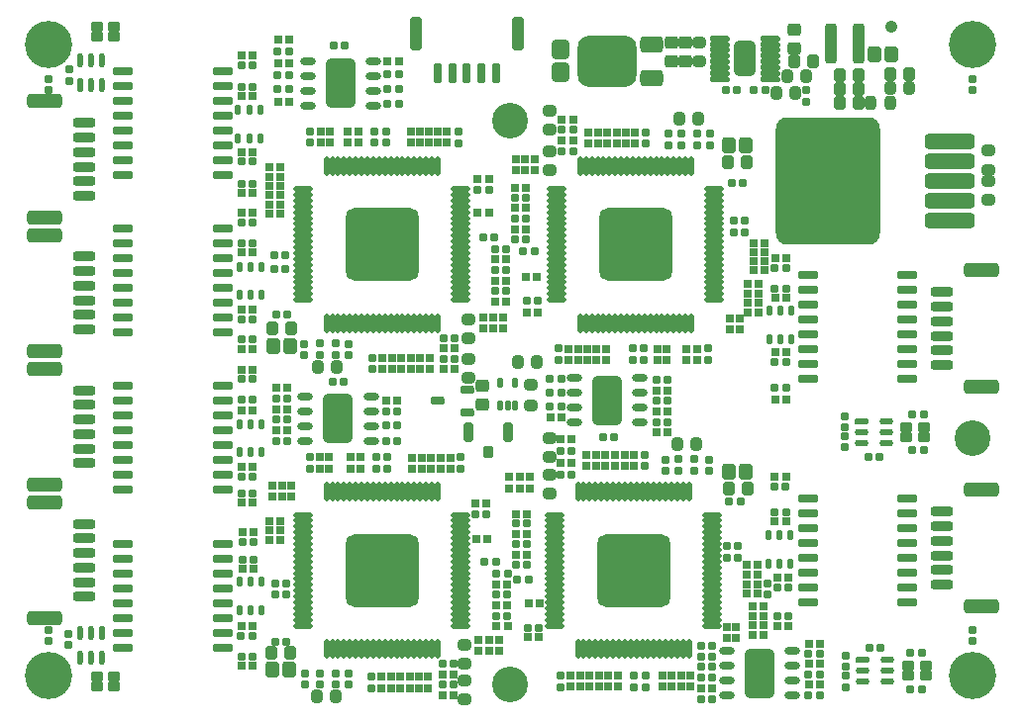
<source format=gts>
G04*
G04 #@! TF.GenerationSoftware,Altium Limited,Altium Designer,24.2.2 (26)*
G04*
G04 Layer_Color=8388736*
%FSLAX25Y25*%
%MOIN*%
G70*
G04*
G04 #@! TF.SameCoordinates,B220CE68-074A-4F46-869C-E968B1748748*
G04*
G04*
G04 #@! TF.FilePolarity,Negative*
G04*
G01*
G75*
G04:AMPARAMS|DCode=30|XSize=64.96mil|YSize=29.92mil|CornerRadius=7.48mil|HoleSize=0mil|Usage=FLASHONLY|Rotation=0.000|XOffset=0mil|YOffset=0mil|HoleType=Round|Shape=RoundedRectangle|*
%AMROUNDEDRECTD30*
21,1,0.06496,0.01496,0,0,0.0*
21,1,0.05000,0.02992,0,0,0.0*
1,1,0.01496,0.02500,-0.00748*
1,1,0.01496,-0.02500,-0.00748*
1,1,0.01496,-0.02500,0.00748*
1,1,0.01496,0.02500,0.00748*
%
%ADD30ROUNDEDRECTD30*%
G04:AMPARAMS|DCode=31|XSize=47.45mil|YSize=20.86mil|CornerRadius=4.17mil|HoleSize=0mil|Usage=FLASHONLY|Rotation=90.000|XOffset=0mil|YOffset=0mil|HoleType=Round|Shape=RoundedRectangle|*
%AMROUNDEDRECTD31*
21,1,0.04745,0.01252,0,0,90.0*
21,1,0.03911,0.02086,0,0,90.0*
1,1,0.00834,0.00626,0.01955*
1,1,0.00834,0.00626,-0.01955*
1,1,0.00834,-0.00626,-0.01955*
1,1,0.00834,-0.00626,0.01955*
%
%ADD31ROUNDEDRECTD31*%
G04:AMPARAMS|DCode=32|XSize=47.45mil|YSize=20.86mil|CornerRadius=10.43mil|HoleSize=0mil|Usage=FLASHONLY|Rotation=90.000|XOffset=0mil|YOffset=0mil|HoleType=Round|Shape=RoundedRectangle|*
%AMROUNDEDRECTD32*
21,1,0.04745,0.00000,0,0,90.0*
21,1,0.02659,0.02086,0,0,90.0*
1,1,0.02086,0.00000,0.01330*
1,1,0.02086,0.00000,-0.01330*
1,1,0.02086,0.00000,-0.01330*
1,1,0.02086,0.00000,0.01330*
%
%ADD32ROUNDEDRECTD32*%
G04:AMPARAMS|DCode=37|XSize=23.62mil|YSize=66.93mil|CornerRadius=4.72mil|HoleSize=0mil|Usage=FLASHONLY|Rotation=180.000|XOffset=0mil|YOffset=0mil|HoleType=Round|Shape=RoundedRectangle|*
%AMROUNDEDRECTD37*
21,1,0.02362,0.05748,0,0,180.0*
21,1,0.01417,0.06693,0,0,180.0*
1,1,0.00945,-0.00709,0.02874*
1,1,0.00945,0.00709,0.02874*
1,1,0.00945,0.00709,-0.02874*
1,1,0.00945,-0.00709,-0.02874*
%
%ADD37ROUNDEDRECTD37*%
G04:AMPARAMS|DCode=38|XSize=39.37mil|YSize=110.24mil|CornerRadius=7.87mil|HoleSize=0mil|Usage=FLASHONLY|Rotation=180.000|XOffset=0mil|YOffset=0mil|HoleType=Round|Shape=RoundedRectangle|*
%AMROUNDEDRECTD38*
21,1,0.03937,0.09449,0,0,180.0*
21,1,0.02362,0.11024,0,0,180.0*
1,1,0.01575,-0.01181,0.04724*
1,1,0.01575,0.01181,0.04724*
1,1,0.01575,0.01181,-0.04724*
1,1,0.01575,-0.01181,-0.04724*
%
%ADD38ROUNDEDRECTD38*%
G04:AMPARAMS|DCode=40|XSize=47.45mil|YSize=20.86mil|CornerRadius=10.43mil|HoleSize=0mil|Usage=FLASHONLY|Rotation=0.000|XOffset=0mil|YOffset=0mil|HoleType=Round|Shape=RoundedRectangle|*
%AMROUNDEDRECTD40*
21,1,0.04745,0.00000,0,0,0.0*
21,1,0.02659,0.02086,0,0,0.0*
1,1,0.02086,0.01330,0.00000*
1,1,0.02086,-0.01330,0.00000*
1,1,0.02086,-0.01330,0.00000*
1,1,0.02086,0.01330,0.00000*
%
%ADD40ROUNDEDRECTD40*%
G04:AMPARAMS|DCode=47|XSize=31.5mil|YSize=43.31mil|CornerRadius=6.3mil|HoleSize=0mil|Usage=FLASHONLY|Rotation=0.000|XOffset=0mil|YOffset=0mil|HoleType=Round|Shape=RoundedRectangle|*
%AMROUNDEDRECTD47*
21,1,0.03150,0.03071,0,0,0.0*
21,1,0.01890,0.04331,0,0,0.0*
1,1,0.01260,0.00945,-0.01535*
1,1,0.01260,-0.00945,-0.01535*
1,1,0.01260,-0.00945,0.01535*
1,1,0.01260,0.00945,0.01535*
%
%ADD47ROUNDEDRECTD47*%
G04:AMPARAMS|DCode=48|XSize=31.5mil|YSize=66.93mil|CornerRadius=6.3mil|HoleSize=0mil|Usage=FLASHONLY|Rotation=0.000|XOffset=0mil|YOffset=0mil|HoleType=Round|Shape=RoundedRectangle|*
%AMROUNDEDRECTD48*
21,1,0.03150,0.05433,0,0,0.0*
21,1,0.01890,0.06693,0,0,0.0*
1,1,0.01260,0.00945,-0.02717*
1,1,0.01260,-0.00945,-0.02717*
1,1,0.01260,-0.00945,0.02717*
1,1,0.01260,0.00945,0.02717*
%
%ADD48ROUNDEDRECTD48*%
G04:AMPARAMS|DCode=55|XSize=45.45mil|YSize=53.39mil|CornerRadius=9.09mil|HoleSize=0mil|Usage=FLASHONLY|Rotation=0.000|XOffset=0mil|YOffset=0mil|HoleType=Round|Shape=RoundedRectangle|*
%AMROUNDEDRECTD55*
21,1,0.04545,0.03521,0,0,0.0*
21,1,0.02727,0.05339,0,0,0.0*
1,1,0.01818,0.01364,-0.01761*
1,1,0.01818,-0.01364,-0.01761*
1,1,0.01818,-0.01364,0.01761*
1,1,0.01818,0.01364,0.01761*
%
%ADD55ROUNDEDRECTD55*%
G04:AMPARAMS|DCode=57|XSize=47.45mil|YSize=20.86mil|CornerRadius=4.17mil|HoleSize=0mil|Usage=FLASHONLY|Rotation=0.000|XOffset=0mil|YOffset=0mil|HoleType=Round|Shape=RoundedRectangle|*
%AMROUNDEDRECTD57*
21,1,0.04745,0.01252,0,0,0.0*
21,1,0.03911,0.02086,0,0,0.0*
1,1,0.00834,0.01955,-0.00626*
1,1,0.00834,-0.01955,-0.00626*
1,1,0.00834,-0.01955,0.00626*
1,1,0.00834,0.01955,0.00626*
%
%ADD57ROUNDEDRECTD57*%
G04:AMPARAMS|DCode=60|XSize=29.53mil|YSize=27.56mil|CornerRadius=5.51mil|HoleSize=0mil|Usage=FLASHONLY|Rotation=180.000|XOffset=0mil|YOffset=0mil|HoleType=Round|Shape=RoundedRectangle|*
%AMROUNDEDRECTD60*
21,1,0.02953,0.01654,0,0,180.0*
21,1,0.01850,0.02756,0,0,180.0*
1,1,0.01102,-0.00925,0.00827*
1,1,0.01102,0.00925,0.00827*
1,1,0.01102,0.00925,-0.00827*
1,1,0.01102,-0.00925,-0.00827*
%
%ADD60ROUNDEDRECTD60*%
G04:AMPARAMS|DCode=61|XSize=38.58mil|YSize=133.86mil|CornerRadius=7.72mil|HoleSize=0mil|Usage=FLASHONLY|Rotation=0.000|XOffset=0mil|YOffset=0mil|HoleType=Round|Shape=RoundedRectangle|*
%AMROUNDEDRECTD61*
21,1,0.03858,0.11843,0,0,0.0*
21,1,0.02315,0.13386,0,0,0.0*
1,1,0.01543,0.01158,-0.05921*
1,1,0.01543,-0.01158,-0.05921*
1,1,0.01543,-0.01158,0.05921*
1,1,0.01543,0.01158,0.05921*
%
%ADD61ROUNDEDRECTD61*%
G04:AMPARAMS|DCode=65|XSize=29.13mil|YSize=27.56mil|CornerRadius=6.69mil|HoleSize=0mil|Usage=FLASHONLY|Rotation=90.000|XOffset=0mil|YOffset=0mil|HoleType=Round|Shape=RoundedRectangle|*
%AMROUNDEDRECTD65*
21,1,0.02913,0.01417,0,0,90.0*
21,1,0.01575,0.02756,0,0,90.0*
1,1,0.01339,0.00709,0.00787*
1,1,0.01339,0.00709,-0.00787*
1,1,0.01339,-0.00709,-0.00787*
1,1,0.01339,-0.00709,0.00787*
%
%ADD65ROUNDEDRECTD65*%
G04:AMPARAMS|DCode=66|XSize=31.5mil|YSize=21.65mil|CornerRadius=5.41mil|HoleSize=0mil|Usage=FLASHONLY|Rotation=90.000|XOffset=0mil|YOffset=0mil|HoleType=Round|Shape=RoundedRectangle|*
%AMROUNDEDRECTD66*
21,1,0.03150,0.01083,0,0,90.0*
21,1,0.02067,0.02165,0,0,90.0*
1,1,0.01083,0.00541,0.01034*
1,1,0.01083,0.00541,-0.01034*
1,1,0.01083,-0.00541,-0.01034*
1,1,0.01083,-0.00541,0.01034*
%
%ADD66ROUNDEDRECTD66*%
G04:AMPARAMS|DCode=67|XSize=29.65mil|YSize=27.69mil|CornerRadius=7.94mil|HoleSize=0mil|Usage=FLASHONLY|Rotation=270.000|XOffset=0mil|YOffset=0mil|HoleType=Round|Shape=RoundedRectangle|*
%AMROUNDEDRECTD67*
21,1,0.02965,0.01181,0,0,270.0*
21,1,0.01378,0.02769,0,0,270.0*
1,1,0.01587,-0.00591,-0.00689*
1,1,0.01587,-0.00591,0.00689*
1,1,0.01587,0.00591,0.00689*
1,1,0.01587,0.00591,-0.00689*
%
%ADD67ROUNDEDRECTD67*%
G04:AMPARAMS|DCode=68|XSize=29.65mil|YSize=27.69mil|CornerRadius=7.94mil|HoleSize=0mil|Usage=FLASHONLY|Rotation=180.000|XOffset=0mil|YOffset=0mil|HoleType=Round|Shape=RoundedRectangle|*
%AMROUNDEDRECTD68*
21,1,0.02965,0.01181,0,0,180.0*
21,1,0.01378,0.02769,0,0,180.0*
1,1,0.01587,-0.00689,0.00591*
1,1,0.01587,0.00689,0.00591*
1,1,0.01587,0.00689,-0.00591*
1,1,0.01587,-0.00689,-0.00591*
%
%ADD68ROUNDEDRECTD68*%
G04:AMPARAMS|DCode=69|XSize=28mil|YSize=25mil|CornerRadius=5.6mil|HoleSize=0mil|Usage=FLASHONLY|Rotation=90.000|XOffset=0mil|YOffset=0mil|HoleType=Round|Shape=RoundedRectangle|*
%AMROUNDEDRECTD69*
21,1,0.02800,0.01380,0,0,90.0*
21,1,0.01680,0.02500,0,0,90.0*
1,1,0.01120,0.00690,0.00840*
1,1,0.01120,0.00690,-0.00840*
1,1,0.01120,-0.00690,-0.00840*
1,1,0.01120,-0.00690,0.00840*
%
%ADD69ROUNDEDRECTD69*%
G04:AMPARAMS|DCode=70|XSize=29.13mil|YSize=27.56mil|CornerRadius=6.69mil|HoleSize=0mil|Usage=FLASHONLY|Rotation=0.000|XOffset=0mil|YOffset=0mil|HoleType=Round|Shape=RoundedRectangle|*
%AMROUNDEDRECTD70*
21,1,0.02913,0.01417,0,0,0.0*
21,1,0.01575,0.02756,0,0,0.0*
1,1,0.01339,0.00787,-0.00709*
1,1,0.01339,-0.00787,-0.00709*
1,1,0.01339,-0.00787,0.00709*
1,1,0.01339,0.00787,0.00709*
%
%ADD70ROUNDEDRECTD70*%
%ADD71O,0.05131X0.02572*%
G04:AMPARAMS|DCode=72|XSize=102.49mil|YSize=169.42mil|CornerRadius=22.9mil|HoleSize=0mil|Usage=FLASHONLY|Rotation=0.000|XOffset=0mil|YOffset=0mil|HoleType=Round|Shape=RoundedRectangle|*
%AMROUNDEDRECTD72*
21,1,0.10249,0.12362,0,0,0.0*
21,1,0.05669,0.16942,0,0,0.0*
1,1,0.04580,0.02835,-0.06181*
1,1,0.04580,-0.02835,-0.06181*
1,1,0.04580,-0.02835,0.06181*
1,1,0.04580,0.02835,0.06181*
%
%ADD72ROUNDEDRECTD72*%
G04:AMPARAMS|DCode=73|XSize=28mil|YSize=25mil|CornerRadius=5.6mil|HoleSize=0mil|Usage=FLASHONLY|Rotation=180.000|XOffset=0mil|YOffset=0mil|HoleType=Round|Shape=RoundedRectangle|*
%AMROUNDEDRECTD73*
21,1,0.02800,0.01380,0,0,180.0*
21,1,0.01680,0.02500,0,0,180.0*
1,1,0.01120,-0.00840,0.00690*
1,1,0.01120,0.00840,0.00690*
1,1,0.01120,0.00840,-0.00690*
1,1,0.01120,-0.00840,-0.00690*
%
%ADD73ROUNDEDRECTD73*%
%ADD74C,0.04137*%
%ADD75C,0.12000*%
G04:AMPARAMS|DCode=76|XSize=118.24mil|YSize=47.37mil|CornerRadius=11.87mil|HoleSize=0mil|Usage=FLASHONLY|Rotation=180.000|XOffset=0mil|YOffset=0mil|HoleType=Round|Shape=RoundedRectangle|*
%AMROUNDEDRECTD76*
21,1,0.11824,0.02362,0,0,180.0*
21,1,0.09449,0.04737,0,0,180.0*
1,1,0.02375,-0.04724,0.01181*
1,1,0.02375,0.04724,0.01181*
1,1,0.02375,0.04724,-0.01181*
1,1,0.02375,-0.04724,-0.01181*
%
%ADD76ROUNDEDRECTD76*%
G04:AMPARAMS|DCode=77|XSize=65.09mil|YSize=19.02mil|CornerRadius=5.38mil|HoleSize=0mil|Usage=FLASHONLY|Rotation=0.000|XOffset=0mil|YOffset=0mil|HoleType=Round|Shape=RoundedRectangle|*
%AMROUNDEDRECTD77*
21,1,0.06509,0.00827,0,0,0.0*
21,1,0.05433,0.01902,0,0,0.0*
1,1,0.01076,0.02717,-0.00413*
1,1,0.01076,-0.02717,-0.00413*
1,1,0.01076,-0.02717,0.00413*
1,1,0.01076,0.02717,0.00413*
%
%ADD77ROUNDEDRECTD77*%
G04:AMPARAMS|DCode=78|XSize=45.4mil|YSize=37.53mil|CornerRadius=9.91mil|HoleSize=0mil|Usage=FLASHONLY|Rotation=180.000|XOffset=0mil|YOffset=0mil|HoleType=Round|Shape=RoundedRectangle|*
%AMROUNDEDRECTD78*
21,1,0.04540,0.01772,0,0,180.0*
21,1,0.02559,0.03753,0,0,180.0*
1,1,0.01981,-0.01280,0.00886*
1,1,0.01981,0.01280,0.00886*
1,1,0.01981,0.01280,-0.00886*
1,1,0.01981,-0.01280,-0.00886*
%
%ADD78ROUNDEDRECTD78*%
G04:AMPARAMS|DCode=79|XSize=43.43mil|YSize=37.53mil|CornerRadius=9.91mil|HoleSize=0mil|Usage=FLASHONLY|Rotation=180.000|XOffset=0mil|YOffset=0mil|HoleType=Round|Shape=RoundedRectangle|*
%AMROUNDEDRECTD79*
21,1,0.04343,0.01772,0,0,180.0*
21,1,0.02362,0.03753,0,0,180.0*
1,1,0.01981,-0.01181,0.00886*
1,1,0.01981,0.01181,0.00886*
1,1,0.01981,0.01181,-0.00886*
1,1,0.01981,-0.01181,-0.00886*
%
%ADD79ROUNDEDRECTD79*%
G04:AMPARAMS|DCode=80|XSize=51.31mil|YSize=169.42mil|CornerRadius=12.66mil|HoleSize=0mil|Usage=FLASHONLY|Rotation=270.000|XOffset=0mil|YOffset=0mil|HoleType=Round|Shape=RoundedRectangle|*
%AMROUNDEDRECTD80*
21,1,0.05131,0.14410,0,0,270.0*
21,1,0.02598,0.16942,0,0,270.0*
1,1,0.02532,-0.07205,-0.01299*
1,1,0.02532,-0.07205,0.01299*
1,1,0.02532,0.07205,0.01299*
1,1,0.02532,0.07205,-0.01299*
%
%ADD80ROUNDEDRECTD80*%
G04:AMPARAMS|DCode=81|XSize=429.26mil|YSize=350.52mil|CornerRadius=38.25mil|HoleSize=0mil|Usage=FLASHONLY|Rotation=270.000|XOffset=0mil|YOffset=0mil|HoleType=Round|Shape=RoundedRectangle|*
%AMROUNDEDRECTD81*
21,1,0.42926,0.27402,0,0,270.0*
21,1,0.35276,0.35052,0,0,270.0*
1,1,0.07650,-0.13701,-0.17638*
1,1,0.07650,-0.13701,0.17638*
1,1,0.07650,0.13701,0.17638*
1,1,0.07650,0.13701,-0.17638*
%
%ADD81ROUNDEDRECTD81*%
G04:AMPARAMS|DCode=82|XSize=21.78mil|YSize=35.56mil|CornerRadius=6.76mil|HoleSize=0mil|Usage=FLASHONLY|Rotation=180.000|XOffset=0mil|YOffset=0mil|HoleType=Round|Shape=RoundedRectangle|*
%AMROUNDEDRECTD82*
21,1,0.02178,0.02205,0,0,180.0*
21,1,0.00827,0.03556,0,0,180.0*
1,1,0.01351,-0.00413,0.01102*
1,1,0.01351,0.00413,0.01102*
1,1,0.01351,0.00413,-0.01102*
1,1,0.01351,-0.00413,-0.01102*
%
%ADD82ROUNDEDRECTD82*%
G04:AMPARAMS|DCode=83|XSize=171.39mil|YSize=196.98mil|CornerRadius=36.68mil|HoleSize=0mil|Usage=FLASHONLY|Rotation=270.000|XOffset=0mil|YOffset=0mil|HoleType=Round|Shape=RoundedRectangle|*
%AMROUNDEDRECTD83*
21,1,0.17139,0.12362,0,0,270.0*
21,1,0.09803,0.19698,0,0,270.0*
1,1,0.07335,-0.06181,-0.04902*
1,1,0.07335,-0.06181,0.04902*
1,1,0.07335,0.06181,0.04902*
1,1,0.07335,0.06181,-0.04902*
%
%ADD83ROUNDEDRECTD83*%
G04:AMPARAMS|DCode=84|XSize=67.06mil|YSize=59.18mil|CornerRadius=14.24mil|HoleSize=0mil|Usage=FLASHONLY|Rotation=90.000|XOffset=0mil|YOffset=0mil|HoleType=Round|Shape=RoundedRectangle|*
%AMROUNDEDRECTD84*
21,1,0.06706,0.03071,0,0,90.0*
21,1,0.03858,0.05918,0,0,90.0*
1,1,0.02847,0.01535,0.01929*
1,1,0.02847,0.01535,-0.01929*
1,1,0.02847,-0.01535,-0.01929*
1,1,0.02847,-0.01535,0.01929*
%
%ADD84ROUNDEDRECTD84*%
G04:AMPARAMS|DCode=85|XSize=27.69mil|YSize=45.4mil|CornerRadius=7.94mil|HoleSize=0mil|Usage=FLASHONLY|Rotation=270.000|XOffset=0mil|YOffset=0mil|HoleType=Round|Shape=RoundedRectangle|*
%AMROUNDEDRECTD85*
21,1,0.02769,0.02953,0,0,270.0*
21,1,0.01181,0.04540,0,0,270.0*
1,1,0.01587,-0.01476,-0.00591*
1,1,0.01587,-0.01476,0.00591*
1,1,0.01587,0.01476,0.00591*
1,1,0.01587,0.01476,-0.00591*
%
%ADD85ROUNDEDRECTD85*%
G04:AMPARAMS|DCode=86|XSize=74.93mil|YSize=31.62mil|CornerRadius=8.72mil|HoleSize=0mil|Usage=FLASHONLY|Rotation=180.000|XOffset=0mil|YOffset=0mil|HoleType=Round|Shape=RoundedRectangle|*
%AMROUNDEDRECTD86*
21,1,0.07493,0.01417,0,0,180.0*
21,1,0.05748,0.03162,0,0,180.0*
1,1,0.01745,-0.02874,0.00709*
1,1,0.01745,0.02874,0.00709*
1,1,0.01745,0.02874,-0.00709*
1,1,0.01745,-0.02874,-0.00709*
%
%ADD86ROUNDEDRECTD86*%
G04:AMPARAMS|DCode=87|XSize=41.47mil|YSize=33.59mil|CornerRadius=9.12mil|HoleSize=0mil|Usage=FLASHONLY|Rotation=0.000|XOffset=0mil|YOffset=0mil|HoleType=Round|Shape=RoundedRectangle|*
%AMROUNDEDRECTD87*
21,1,0.04147,0.01535,0,0,0.0*
21,1,0.02323,0.03359,0,0,0.0*
1,1,0.01824,0.01161,-0.00768*
1,1,0.01824,-0.01161,-0.00768*
1,1,0.01824,-0.01161,0.00768*
1,1,0.01824,0.01161,0.00768*
%
%ADD87ROUNDEDRECTD87*%
G04:AMPARAMS|DCode=88|XSize=45.4mil|YSize=41.47mil|CornerRadius=10.69mil|HoleSize=0mil|Usage=FLASHONLY|Rotation=270.000|XOffset=0mil|YOffset=0mil|HoleType=Round|Shape=RoundedRectangle|*
%AMROUNDEDRECTD88*
21,1,0.04540,0.02008,0,0,270.0*
21,1,0.02402,0.04147,0,0,270.0*
1,1,0.02139,-0.01004,-0.01201*
1,1,0.02139,-0.01004,0.01201*
1,1,0.02139,0.01004,0.01201*
1,1,0.02139,0.01004,-0.01201*
%
%ADD88ROUNDEDRECTD88*%
G04:AMPARAMS|DCode=89|XSize=43.43mil|YSize=37.53mil|CornerRadius=9.91mil|HoleSize=0mil|Usage=FLASHONLY|Rotation=90.000|XOffset=0mil|YOffset=0mil|HoleType=Round|Shape=RoundedRectangle|*
%AMROUNDEDRECTD89*
21,1,0.04343,0.01772,0,0,90.0*
21,1,0.02362,0.03753,0,0,90.0*
1,1,0.01981,0.00886,0.01181*
1,1,0.01981,0.00886,-0.01181*
1,1,0.01981,-0.00886,-0.01181*
1,1,0.01981,-0.00886,0.01181*
%
%ADD89ROUNDEDRECTD89*%
G04:AMPARAMS|DCode=90|XSize=244.22mil|YSize=244.22mil|CornerRadius=27.62mil|HoleSize=0mil|Usage=FLASHONLY|Rotation=0.000|XOffset=0mil|YOffset=0mil|HoleType=Round|Shape=RoundedRectangle|*
%AMROUNDEDRECTD90*
21,1,0.24422,0.18898,0,0,0.0*
21,1,0.18898,0.24422,0,0,0.0*
1,1,0.05524,0.09449,-0.09449*
1,1,0.05524,-0.09449,-0.09449*
1,1,0.05524,-0.09449,0.09449*
1,1,0.05524,0.09449,0.09449*
%
%ADD90ROUNDEDRECTD90*%
G04:AMPARAMS|DCode=91|XSize=66.07mil|YSize=19.81mil|CornerRadius=6.36mil|HoleSize=0mil|Usage=FLASHONLY|Rotation=180.000|XOffset=0mil|YOffset=0mil|HoleType=Round|Shape=RoundedRectangle|*
%AMROUNDEDRECTD91*
21,1,0.06607,0.00709,0,0,180.0*
21,1,0.05335,0.01981,0,0,180.0*
1,1,0.01272,-0.02667,0.00354*
1,1,0.01272,0.02667,0.00354*
1,1,0.01272,0.02667,-0.00354*
1,1,0.01272,-0.02667,-0.00354*
%
%ADD91ROUNDEDRECTD91*%
G04:AMPARAMS|DCode=92|XSize=66.07mil|YSize=19.81mil|CornerRadius=6.36mil|HoleSize=0mil|Usage=FLASHONLY|Rotation=90.000|XOffset=0mil|YOffset=0mil|HoleType=Round|Shape=RoundedRectangle|*
%AMROUNDEDRECTD92*
21,1,0.06607,0.00709,0,0,90.0*
21,1,0.05335,0.01981,0,0,90.0*
1,1,0.01272,0.00354,0.02667*
1,1,0.01272,0.00354,-0.02667*
1,1,0.01272,-0.00354,-0.02667*
1,1,0.01272,-0.00354,0.02667*
%
%ADD92ROUNDEDRECTD92*%
G04:AMPARAMS|DCode=93|XSize=73mil|YSize=120.01mil|CornerRadius=17mil|HoleSize=0mil|Usage=FLASHONLY|Rotation=0.000|XOffset=0mil|YOffset=0mil|HoleType=Round|Shape=RoundedRectangle|*
%AMROUNDEDRECTD93*
21,1,0.07300,0.08601,0,0,0.0*
21,1,0.03900,0.12001,0,0,0.0*
1,1,0.03400,0.01950,-0.04300*
1,1,0.03400,-0.01950,-0.04300*
1,1,0.03400,-0.01950,0.04300*
1,1,0.03400,0.01950,0.04300*
%
%ADD93ROUNDEDRECTD93*%
G04:AMPARAMS|DCode=94|XSize=45.4mil|YSize=41.47mil|CornerRadius=10.69mil|HoleSize=0mil|Usage=FLASHONLY|Rotation=0.000|XOffset=0mil|YOffset=0mil|HoleType=Round|Shape=RoundedRectangle|*
%AMROUNDEDRECTD94*
21,1,0.04540,0.02008,0,0,0.0*
21,1,0.02402,0.04147,0,0,0.0*
1,1,0.02139,0.01201,-0.01004*
1,1,0.02139,-0.01201,-0.01004*
1,1,0.02139,-0.01201,0.01004*
1,1,0.02139,0.01201,0.01004*
%
%ADD94ROUNDEDRECTD94*%
G04:AMPARAMS|DCode=95|XSize=45.4mil|YSize=37.53mil|CornerRadius=9.91mil|HoleSize=0mil|Usage=FLASHONLY|Rotation=270.000|XOffset=0mil|YOffset=0mil|HoleType=Round|Shape=RoundedRectangle|*
%AMROUNDEDRECTD95*
21,1,0.04540,0.01772,0,0,270.0*
21,1,0.02559,0.03753,0,0,270.0*
1,1,0.01981,-0.00886,-0.01280*
1,1,0.01981,-0.00886,0.01280*
1,1,0.01981,0.00886,0.01280*
1,1,0.01981,0.00886,-0.01280*
%
%ADD95ROUNDEDRECTD95*%
G04:AMPARAMS|DCode=96|XSize=76.9mil|YSize=55.24mil|CornerRadius=13.45mil|HoleSize=0mil|Usage=FLASHONLY|Rotation=180.000|XOffset=0mil|YOffset=0mil|HoleType=Round|Shape=RoundedRectangle|*
%AMROUNDEDRECTD96*
21,1,0.07690,0.02835,0,0,180.0*
21,1,0.05000,0.05524,0,0,180.0*
1,1,0.02690,-0.02500,0.01417*
1,1,0.02690,0.02500,0.01417*
1,1,0.02690,0.02500,-0.01417*
1,1,0.02690,-0.02500,-0.01417*
%
%ADD96ROUNDEDRECTD96*%
%ADD97C,0.15948*%
D30*
X301004Y71437D02*
D03*
Y66437D02*
D03*
Y61437D02*
D03*
Y56437D02*
D03*
Y51437D02*
D03*
Y46437D02*
D03*
Y41437D02*
D03*
Y36437D02*
D03*
X267500D02*
D03*
Y41437D02*
D03*
Y46437D02*
D03*
Y51437D02*
D03*
Y56437D02*
D03*
Y61437D02*
D03*
Y66437D02*
D03*
Y71437D02*
D03*
X70531Y21214D02*
D03*
Y26214D02*
D03*
Y31214D02*
D03*
Y36214D02*
D03*
Y41214D02*
D03*
Y46214D02*
D03*
Y51214D02*
D03*
Y56214D02*
D03*
X37028D02*
D03*
Y51214D02*
D03*
Y46214D02*
D03*
Y41214D02*
D03*
Y36214D02*
D03*
Y31214D02*
D03*
Y26214D02*
D03*
Y21214D02*
D03*
X70531Y74320D02*
D03*
Y79320D02*
D03*
Y84320D02*
D03*
Y89320D02*
D03*
Y94320D02*
D03*
Y99320D02*
D03*
Y104320D02*
D03*
Y109320D02*
D03*
X37028D02*
D03*
Y104320D02*
D03*
Y99320D02*
D03*
Y94320D02*
D03*
Y89320D02*
D03*
Y84320D02*
D03*
Y79320D02*
D03*
Y74320D02*
D03*
X267500Y146634D02*
D03*
Y141634D02*
D03*
Y136634D02*
D03*
Y131634D02*
D03*
Y126634D02*
D03*
Y121634D02*
D03*
Y116634D02*
D03*
Y111634D02*
D03*
X301004D02*
D03*
Y116634D02*
D03*
Y121634D02*
D03*
Y126634D02*
D03*
Y131634D02*
D03*
Y136634D02*
D03*
Y141634D02*
D03*
Y146634D02*
D03*
X70531Y127426D02*
D03*
Y132426D02*
D03*
Y137426D02*
D03*
Y142426D02*
D03*
Y147426D02*
D03*
Y152426D02*
D03*
Y157426D02*
D03*
Y162426D02*
D03*
X37028D02*
D03*
Y157426D02*
D03*
Y152426D02*
D03*
Y147426D02*
D03*
Y142426D02*
D03*
Y137426D02*
D03*
Y132426D02*
D03*
Y127426D02*
D03*
X70531Y180531D02*
D03*
Y185531D02*
D03*
Y190531D02*
D03*
Y195531D02*
D03*
Y200531D02*
D03*
Y205531D02*
D03*
Y210531D02*
D03*
Y215531D02*
D03*
X37028D02*
D03*
Y210531D02*
D03*
Y205531D02*
D03*
Y200531D02*
D03*
Y195531D02*
D03*
Y190531D02*
D03*
Y185531D02*
D03*
Y180531D02*
D03*
D31*
X22638Y210825D02*
D03*
X30118Y26183D02*
D03*
D32*
X22638Y219096D02*
D03*
X26378D02*
D03*
X30118D02*
D03*
Y210825D02*
D03*
X26378D02*
D03*
X30118Y17911D02*
D03*
X26378D02*
D03*
X22638D02*
D03*
Y26183D02*
D03*
X26378D02*
D03*
D37*
X142913Y214862D02*
D03*
X147835D02*
D03*
X152756D02*
D03*
X157677D02*
D03*
X162598D02*
D03*
D38*
X169882Y228051D02*
D03*
X135630D02*
D03*
D40*
X286022Y13386D02*
D03*
Y9646D02*
D03*
X294293D02*
D03*
Y13386D02*
D03*
Y17126D02*
D03*
X293854Y97488D02*
D03*
Y93748D02*
D03*
Y90008D02*
D03*
X285583D02*
D03*
Y93748D02*
D03*
D47*
X159843Y87205D02*
D03*
D48*
X166535Y93701D02*
D03*
X153150D02*
D03*
D55*
X93015Y13780D02*
D03*
X87300D02*
D03*
X93409Y122835D02*
D03*
X87693D02*
D03*
X240843Y80315D02*
D03*
X246559D02*
D03*
X290056Y221260D02*
D03*
X295771D02*
D03*
X246559Y190551D02*
D03*
X240843D02*
D03*
D57*
X285583Y97488D02*
D03*
X286022Y17126D02*
D03*
D60*
X108563Y119685D02*
D03*
X103248D02*
D03*
Y123622D02*
D03*
X108563D02*
D03*
X224902Y194488D02*
D03*
X230217D02*
D03*
Y190551D02*
D03*
X224902D02*
D03*
X224114Y84646D02*
D03*
X229429D02*
D03*
Y80709D02*
D03*
X224114D02*
D03*
X108465Y8661D02*
D03*
X103150D02*
D03*
Y12598D02*
D03*
X108465D02*
D03*
D61*
X275315Y224803D02*
D03*
X284646D02*
D03*
D65*
X88268Y42913D02*
D03*
X92047D02*
D03*
X162126Y159449D02*
D03*
X158346D02*
D03*
X111339Y110630D02*
D03*
X107559D02*
D03*
X231575Y3937D02*
D03*
X235354D02*
D03*
X235354Y21654D02*
D03*
X231575D02*
D03*
X244016Y55512D02*
D03*
X240236D02*
D03*
X243937Y51575D02*
D03*
X240158D02*
D03*
X244803Y70472D02*
D03*
X241024D02*
D03*
X173307Y27953D02*
D03*
X177087D02*
D03*
X169764Y44094D02*
D03*
X173543D02*
D03*
X241811Y177953D02*
D03*
X245590D02*
D03*
X242598Y161024D02*
D03*
X246378D02*
D03*
X242598Y164961D02*
D03*
X246378D02*
D03*
X176693Y138189D02*
D03*
X172913D02*
D03*
X175512Y154724D02*
D03*
X171732D02*
D03*
X158740Y50000D02*
D03*
X162520D02*
D03*
X155590Y66142D02*
D03*
X159370D02*
D03*
X92047Y23228D02*
D03*
X88268D02*
D03*
X92047Y38976D02*
D03*
X88268D02*
D03*
X91654Y153543D02*
D03*
X87874D02*
D03*
X91732Y148819D02*
D03*
X87953D02*
D03*
X156378Y175591D02*
D03*
X160158D02*
D03*
X92441Y133465D02*
D03*
X88661D02*
D03*
X287829Y85480D02*
D03*
X291608D02*
D03*
X111732Y224016D02*
D03*
X107953D02*
D03*
X288268Y21260D02*
D03*
X292047D02*
D03*
X198504Y92126D02*
D03*
X202284D02*
D03*
D66*
X254528Y134646D02*
D03*
X258268D02*
D03*
X262008D02*
D03*
Y125197D02*
D03*
X258268D02*
D03*
X254528D02*
D03*
X254134Y59055D02*
D03*
X257874D02*
D03*
X261614D02*
D03*
Y49606D02*
D03*
X257874D02*
D03*
X254134D02*
D03*
X75787Y192913D02*
D03*
X79527D02*
D03*
X83268D02*
D03*
Y202362D02*
D03*
X79527D02*
D03*
X75787D02*
D03*
X76181Y140157D02*
D03*
X79921D02*
D03*
X83661D02*
D03*
Y149606D02*
D03*
X79921D02*
D03*
X76181D02*
D03*
Y96457D02*
D03*
X79921D02*
D03*
X83661D02*
D03*
Y87008D02*
D03*
X79921D02*
D03*
X76181D02*
D03*
Y43307D02*
D03*
X79921D02*
D03*
X83661D02*
D03*
Y33858D02*
D03*
X79921D02*
D03*
X76181D02*
D03*
D67*
X253051Y157480D02*
D03*
X249311D02*
D03*
X253051Y154462D02*
D03*
X249311D02*
D03*
X253051Y151444D02*
D03*
X249311D02*
D03*
X253051Y148425D02*
D03*
X249311D02*
D03*
X251083Y134252D02*
D03*
X247342D02*
D03*
X251083Y143701D02*
D03*
X247342D02*
D03*
X247342Y140551D02*
D03*
X251083D02*
D03*
X247342Y137402D02*
D03*
X251083D02*
D03*
X256466Y104724D02*
D03*
X260206D02*
D03*
X256466Y120866D02*
D03*
X260206D02*
D03*
X256466Y152362D02*
D03*
X260206D02*
D03*
X256466Y138976D02*
D03*
X260206D02*
D03*
X246949Y49213D02*
D03*
X250689D02*
D03*
X246949Y45669D02*
D03*
X250689D02*
D03*
X246949Y39370D02*
D03*
X250689D02*
D03*
X246949Y42520D02*
D03*
X250689D02*
D03*
X80610Y135039D02*
D03*
X76870D02*
D03*
X76870Y70079D02*
D03*
X80610D02*
D03*
Y14961D02*
D03*
X76870D02*
D03*
X80610Y28346D02*
D03*
X76870D02*
D03*
X80610Y154331D02*
D03*
X76870D02*
D03*
Y207087D02*
D03*
X80610D02*
D03*
X90059Y63779D02*
D03*
X86319D02*
D03*
Y60630D02*
D03*
X90059D02*
D03*
X86319Y57480D02*
D03*
X90059D02*
D03*
X81004Y60236D02*
D03*
X77264D02*
D03*
X80610Y220866D02*
D03*
X76870D02*
D03*
X80610Y188189D02*
D03*
X76870D02*
D03*
X80610Y174409D02*
D03*
X76870D02*
D03*
X81004Y47638D02*
D03*
X77264D02*
D03*
X252658Y35039D02*
D03*
X248917D02*
D03*
X252658Y28740D02*
D03*
X248917D02*
D03*
X160138Y167717D02*
D03*
X156398D02*
D03*
X86319Y179921D02*
D03*
X90059D02*
D03*
X86319Y176772D02*
D03*
X90059D02*
D03*
X86319Y183071D02*
D03*
X90059D02*
D03*
X256398Y63779D02*
D03*
X260138D02*
D03*
X252658Y25591D02*
D03*
X248917D02*
D03*
X88583Y108661D02*
D03*
X92323D02*
D03*
X88583Y101575D02*
D03*
X92323D02*
D03*
X129429Y104331D02*
D03*
X125689D02*
D03*
X88583Y94488D02*
D03*
X92323D02*
D03*
X169390Y66142D02*
D03*
X173130D02*
D03*
X169331Y59419D02*
D03*
X173071D02*
D03*
X169331Y52495D02*
D03*
X173071D02*
D03*
X184350Y83465D02*
D03*
X188091D02*
D03*
X184350Y91339D02*
D03*
X188091D02*
D03*
X166437Y42520D02*
D03*
X162697D02*
D03*
X166437Y35433D02*
D03*
X162697D02*
D03*
X166535Y28346D02*
D03*
X162795D02*
D03*
X148327Y12143D02*
D03*
X144587D02*
D03*
X148327Y5118D02*
D03*
X144587D02*
D03*
X76870Y121653D02*
D03*
X80610D02*
D03*
X76870Y167717D02*
D03*
X80610D02*
D03*
X86319Y170473D02*
D03*
X90059D02*
D03*
X86319Y173622D02*
D03*
X90059D02*
D03*
X86319Y167323D02*
D03*
X90059D02*
D03*
X92888Y225984D02*
D03*
X89148D02*
D03*
X92888Y218110D02*
D03*
X89148D02*
D03*
X92888Y205118D02*
D03*
X89148D02*
D03*
X166043Y137795D02*
D03*
X162303D02*
D03*
X166043Y144882D02*
D03*
X162303D02*
D03*
X166043Y151969D02*
D03*
X162303D02*
D03*
X156398Y179134D02*
D03*
X160138D02*
D03*
X126083Y218898D02*
D03*
X129823D02*
D03*
X176673Y134252D02*
D03*
X172933D02*
D03*
X172539Y146063D02*
D03*
X176279D02*
D03*
X168996Y162205D02*
D03*
X172736D02*
D03*
X168996Y169291D02*
D03*
X172736D02*
D03*
X168987Y176212D02*
D03*
X172727D02*
D03*
X184744Y192126D02*
D03*
X188484D02*
D03*
X184744Y199213D02*
D03*
X188484D02*
D03*
X148721Y114961D02*
D03*
X144980D02*
D03*
X148721Y122047D02*
D03*
X144980D02*
D03*
X260925Y28346D02*
D03*
X257185D02*
D03*
X261051Y44754D02*
D03*
X257311D02*
D03*
X252658Y31890D02*
D03*
X248917D02*
D03*
X173327Y24803D02*
D03*
X177067D02*
D03*
X271555Y8661D02*
D03*
X267815D02*
D03*
X260138Y78740D02*
D03*
X256398D02*
D03*
X271555Y15748D02*
D03*
X267815D02*
D03*
X271555Y22441D02*
D03*
X267815D02*
D03*
X231594Y7480D02*
D03*
X235335D02*
D03*
X155610Y69685D02*
D03*
X159350D02*
D03*
X80610Y82284D02*
D03*
X76870D02*
D03*
X80610Y101181D02*
D03*
X76870D02*
D03*
X80610Y114891D02*
D03*
X76870D02*
D03*
X216634Y107874D02*
D03*
X220374D02*
D03*
X216634Y100787D02*
D03*
X220374D02*
D03*
X216634Y93701D02*
D03*
X220374D02*
D03*
X184547Y98819D02*
D03*
X180807D02*
D03*
X156004Y57874D02*
D03*
X159744D02*
D03*
X173721Y36220D02*
D03*
X177461D02*
D03*
D68*
X244488Y132185D02*
D03*
Y128445D02*
D03*
X241339D02*
D03*
Y132185D02*
D03*
X203543Y11713D02*
D03*
Y7972D02*
D03*
X243307Y24508D02*
D03*
Y28248D02*
D03*
X158189Y132579D02*
D03*
Y128839D02*
D03*
X161549Y132579D02*
D03*
Y128839D02*
D03*
X164908Y132579D02*
D03*
Y128839D02*
D03*
X106693Y191437D02*
D03*
Y195177D02*
D03*
X116142D02*
D03*
Y191437D02*
D03*
X112598Y195177D02*
D03*
Y191437D02*
D03*
X133858Y191535D02*
D03*
Y195276D02*
D03*
X136898Y191535D02*
D03*
Y195276D02*
D03*
X139937Y191535D02*
D03*
Y195276D02*
D03*
X142977Y191535D02*
D03*
Y195276D02*
D03*
X146017Y191535D02*
D03*
Y195276D02*
D03*
X240158Y24508D02*
D03*
Y28248D02*
D03*
X103543Y191437D02*
D03*
Y195177D02*
D03*
X190157Y118209D02*
D03*
Y121949D02*
D03*
X193307Y118209D02*
D03*
Y121949D02*
D03*
X196457Y118209D02*
D03*
Y121949D02*
D03*
X199606Y118209D02*
D03*
Y121949D02*
D03*
X220079Y118209D02*
D03*
Y121949D02*
D03*
X216929D02*
D03*
Y118209D02*
D03*
X187008D02*
D03*
Y121949D02*
D03*
X172401Y181991D02*
D03*
Y185731D02*
D03*
X169251Y181991D02*
D03*
Y185731D02*
D03*
X175550Y185731D02*
D03*
Y181991D02*
D03*
X193701Y194783D02*
D03*
Y191043D02*
D03*
X203150D02*
D03*
Y194783D02*
D03*
X196850D02*
D03*
Y191043D02*
D03*
X209449Y194783D02*
D03*
Y191043D02*
D03*
X206299Y194783D02*
D03*
Y191043D02*
D03*
X200000D02*
D03*
Y194783D02*
D03*
X226772Y118209D02*
D03*
Y121949D02*
D03*
X230315D02*
D03*
Y118209D02*
D03*
X124332Y114986D02*
D03*
Y118726D02*
D03*
X130662Y118726D02*
D03*
Y114986D02*
D03*
X133827Y118726D02*
D03*
Y114986D02*
D03*
X127497Y114986D02*
D03*
Y118726D02*
D03*
X140157Y114986D02*
D03*
Y118726D02*
D03*
X136993Y114986D02*
D03*
Y118726D02*
D03*
X174016Y74902D02*
D03*
Y78642D02*
D03*
X218504Y11713D02*
D03*
Y7972D02*
D03*
X196142Y86221D02*
D03*
Y82480D02*
D03*
X199370D02*
D03*
Y86221D02*
D03*
X224803Y7972D02*
D03*
Y11713D02*
D03*
X202598Y82480D02*
D03*
Y86221D02*
D03*
X205827D02*
D03*
Y82480D02*
D03*
X209055Y86221D02*
D03*
Y82480D02*
D03*
X192913Y86221D02*
D03*
Y82480D02*
D03*
X166929Y78642D02*
D03*
Y74902D02*
D03*
X194095Y7972D02*
D03*
Y11713D02*
D03*
X190945Y7972D02*
D03*
Y11713D02*
D03*
X170472Y78642D02*
D03*
Y74902D02*
D03*
X187795Y7972D02*
D03*
Y11713D02*
D03*
X200394Y7972D02*
D03*
Y11713D02*
D03*
X197244Y7972D02*
D03*
Y11713D02*
D03*
X106299Y85335D02*
D03*
Y81595D02*
D03*
X124016Y11319D02*
D03*
Y7579D02*
D03*
X127165Y11319D02*
D03*
Y7579D02*
D03*
X136614Y11319D02*
D03*
Y7579D02*
D03*
X139764Y11319D02*
D03*
Y7579D02*
D03*
X163779Y23917D02*
D03*
Y20177D02*
D03*
X147207Y81535D02*
D03*
Y85275D02*
D03*
X140750Y81535D02*
D03*
Y85275D02*
D03*
X137522Y81535D02*
D03*
Y85275D02*
D03*
X134294Y81535D02*
D03*
Y85275D02*
D03*
X160236Y23917D02*
D03*
Y20177D02*
D03*
X143979Y81535D02*
D03*
Y85275D02*
D03*
X156693Y20177D02*
D03*
Y23917D02*
D03*
X133465Y7579D02*
D03*
Y11319D02*
D03*
X130315Y7579D02*
D03*
Y11319D02*
D03*
X87402Y75886D02*
D03*
Y72146D02*
D03*
X116929Y85335D02*
D03*
Y81595D02*
D03*
X227953Y11713D02*
D03*
Y7972D02*
D03*
X103150Y81595D02*
D03*
Y85335D02*
D03*
X93701Y72146D02*
D03*
Y75886D02*
D03*
X90551Y72146D02*
D03*
Y75886D02*
D03*
X113779Y81595D02*
D03*
Y85335D02*
D03*
X221654Y7972D02*
D03*
Y11713D02*
D03*
D69*
X260236Y108661D02*
D03*
X256436D02*
D03*
X260236Y117323D02*
D03*
X256436D02*
D03*
X260236Y149213D02*
D03*
X256436D02*
D03*
X260236Y142126D02*
D03*
X256436D02*
D03*
X76840Y177559D02*
D03*
X80640D02*
D03*
Y73228D02*
D03*
X76840D02*
D03*
Y18110D02*
D03*
X80640D02*
D03*
X76772Y25197D02*
D03*
X80572D02*
D03*
X76840Y210236D02*
D03*
X80640D02*
D03*
X180777Y111811D02*
D03*
X184577D02*
D03*
X81102Y56693D02*
D03*
X77302D02*
D03*
X80640Y217323D02*
D03*
X76840D02*
D03*
Y185039D02*
D03*
X80640D02*
D03*
X81034Y50787D02*
D03*
X77234D02*
D03*
X235407Y14648D02*
D03*
X231607D02*
D03*
X235433Y18110D02*
D03*
X231633D02*
D03*
X271585Y5118D02*
D03*
X267785D02*
D03*
X92353Y105118D02*
D03*
X88553D02*
D03*
X129459Y96063D02*
D03*
X125659D02*
D03*
X129459Y90945D02*
D03*
X125659D02*
D03*
Y100787D02*
D03*
X129459D02*
D03*
X92353Y90945D02*
D03*
X88553D02*
D03*
X92353Y98032D02*
D03*
X88553D02*
D03*
X173033Y55992D02*
D03*
X169233D02*
D03*
X173101Y49183D02*
D03*
X169301D02*
D03*
X302779Y99653D02*
D03*
X306579D02*
D03*
X302779Y87842D02*
D03*
X306579D02*
D03*
X80640Y131890D02*
D03*
X76840D02*
D03*
X80640Y124971D02*
D03*
X76840D02*
D03*
X80640Y164567D02*
D03*
X76840D02*
D03*
Y157480D02*
D03*
X80640D02*
D03*
X89118Y209449D02*
D03*
X92918D02*
D03*
X89118Y214173D02*
D03*
X92918D02*
D03*
X89118Y222047D02*
D03*
X92918D02*
D03*
X166073Y141339D02*
D03*
X162273D02*
D03*
X166005Y148425D02*
D03*
X162205D02*
D03*
X166073Y155512D02*
D03*
X162273D02*
D03*
X126053Y204331D02*
D03*
X129853D02*
D03*
X126053Y209449D02*
D03*
X129853D02*
D03*
Y214567D02*
D03*
X126053D02*
D03*
X172766Y158661D02*
D03*
X168966D02*
D03*
X172766Y165748D02*
D03*
X168966D02*
D03*
X172766Y172835D02*
D03*
X168966D02*
D03*
X188514Y188583D02*
D03*
X184714D02*
D03*
X188514Y195669D02*
D03*
X184714D02*
D03*
X144950Y118504D02*
D03*
X148750D02*
D03*
Y125591D02*
D03*
X144950D02*
D03*
X257224Y41339D02*
D03*
X261024D02*
D03*
X257155Y31890D02*
D03*
X260955D02*
D03*
X256311Y75364D02*
D03*
X260111D02*
D03*
X256368Y66929D02*
D03*
X260168D02*
D03*
X235365Y11024D02*
D03*
X231565D02*
D03*
X267677Y19124D02*
D03*
X271477D02*
D03*
X267677Y12057D02*
D03*
X271477D02*
D03*
X302037Y19291D02*
D03*
X305837D02*
D03*
X302037Y7087D02*
D03*
X305837D02*
D03*
X239901Y209055D02*
D03*
X243701D02*
D03*
X249430Y209034D02*
D03*
X253230D02*
D03*
X76840Y78740D02*
D03*
X80640D02*
D03*
X76840Y104724D02*
D03*
X80640D02*
D03*
X76840Y111741D02*
D03*
X80640D02*
D03*
X184577Y107087D02*
D03*
X180777D02*
D03*
X220404Y111417D02*
D03*
X216604D02*
D03*
X220404Y104331D02*
D03*
X216604D02*
D03*
X220404Y97244D02*
D03*
X216604D02*
D03*
X180777Y102362D02*
D03*
X184577D02*
D03*
X144557Y8661D02*
D03*
X148357D02*
D03*
X144557Y15748D02*
D03*
X148357D02*
D03*
X162598Y31890D02*
D03*
X166398D02*
D03*
X162598Y38976D02*
D03*
X166398D02*
D03*
X162667Y46063D02*
D03*
X166467D02*
D03*
X169301Y62963D02*
D03*
X173101D02*
D03*
X184320Y87402D02*
D03*
X188120D02*
D03*
X184320Y79528D02*
D03*
X188120D02*
D03*
D70*
X253937Y42835D02*
D03*
Y39055D02*
D03*
X18898Y212283D02*
D03*
Y216063D02*
D03*
X18504Y25905D02*
D03*
Y22126D02*
D03*
X212992Y7953D02*
D03*
Y11732D02*
D03*
X209055Y7953D02*
D03*
Y11732D02*
D03*
X208661Y121968D02*
D03*
Y118189D02*
D03*
X212205Y121968D02*
D03*
Y118189D02*
D03*
X233858Y121968D02*
D03*
Y118189D02*
D03*
X125984Y81575D02*
D03*
Y85354D02*
D03*
X122441Y81575D02*
D03*
Y85354D02*
D03*
X100000D02*
D03*
Y81575D02*
D03*
X125591Y191417D02*
D03*
Y195197D02*
D03*
X121653Y191417D02*
D03*
Y195197D02*
D03*
X100000Y191417D02*
D03*
Y195197D02*
D03*
D71*
X99213Y218937D02*
D03*
Y213937D02*
D03*
Y208937D02*
D03*
Y203937D02*
D03*
X121260D02*
D03*
Y208937D02*
D03*
Y213937D02*
D03*
Y218937D02*
D03*
X120472Y105925D02*
D03*
Y100925D02*
D03*
Y95925D02*
D03*
Y90925D02*
D03*
X98425D02*
D03*
Y95925D02*
D03*
Y100925D02*
D03*
Y105925D02*
D03*
X211024Y96969D02*
D03*
Y101969D02*
D03*
Y106968D02*
D03*
Y111969D02*
D03*
X188976D02*
D03*
Y106968D02*
D03*
Y101969D02*
D03*
Y96969D02*
D03*
X262205Y5098D02*
D03*
Y10098D02*
D03*
Y15098D02*
D03*
Y20098D02*
D03*
X240158D02*
D03*
Y15098D02*
D03*
Y10098D02*
D03*
Y5098D02*
D03*
D72*
X110236Y211437D02*
D03*
X109449Y98425D02*
D03*
X200000Y104469D02*
D03*
X251181Y12598D02*
D03*
D73*
X149936Y191185D02*
D03*
Y194985D02*
D03*
X212598Y82450D02*
D03*
Y86250D02*
D03*
X279876Y99191D02*
D03*
Y95391D02*
D03*
Y88698D02*
D03*
Y92498D02*
D03*
X98032Y123554D02*
D03*
Y119754D02*
D03*
X183465Y118179D02*
D03*
Y121979D02*
D03*
X212992Y194882D02*
D03*
Y191082D02*
D03*
X220472Y194420D02*
D03*
Y190620D02*
D03*
X234646D02*
D03*
Y194420D02*
D03*
X120866Y115029D02*
D03*
Y118829D02*
D03*
X112992Y119754D02*
D03*
Y123554D02*
D03*
X234252Y80777D02*
D03*
Y84577D02*
D03*
X219685D02*
D03*
Y80777D02*
D03*
X280315Y18435D02*
D03*
Y14635D02*
D03*
Y7942D02*
D03*
Y11743D02*
D03*
X266929Y205187D02*
D03*
Y208987D02*
D03*
X322835Y27097D02*
D03*
Y23297D02*
D03*
Y209124D02*
D03*
Y212924D02*
D03*
X11811Y209124D02*
D03*
Y212924D02*
D03*
Y27097D02*
D03*
Y23297D02*
D03*
X120472Y11349D02*
D03*
Y7549D02*
D03*
X98327Y8730D02*
D03*
Y12530D02*
D03*
X112894D02*
D03*
Y8730D02*
D03*
X150750Y81603D02*
D03*
Y85403D02*
D03*
X184252Y7942D02*
D03*
Y11743D02*
D03*
D74*
X295669Y230315D02*
D03*
D75*
X322835Y91732D02*
D03*
X167323Y198819D02*
D03*
Y8661D02*
D03*
D76*
X10630Y70189D02*
D03*
Y76059D02*
D03*
Y115232D02*
D03*
X325984Y148327D02*
D03*
Y109153D02*
D03*
X10630Y31016D02*
D03*
Y205315D02*
D03*
Y166142D02*
D03*
Y160273D02*
D03*
Y121100D02*
D03*
X325984Y35138D02*
D03*
Y74311D02*
D03*
D77*
X254961Y212795D02*
D03*
X237953D02*
D03*
Y214764D02*
D03*
Y216732D02*
D03*
Y218701D02*
D03*
Y220669D02*
D03*
Y222638D02*
D03*
Y224606D02*
D03*
Y226575D02*
D03*
X254961D02*
D03*
Y224606D02*
D03*
Y222638D02*
D03*
Y220669D02*
D03*
Y218701D02*
D03*
Y216732D02*
D03*
Y214764D02*
D03*
D78*
X328346Y182087D02*
D03*
Y188779D02*
D03*
X174409Y109646D02*
D03*
Y102953D02*
D03*
D79*
X328346Y178347D02*
D03*
Y172047D02*
D03*
X180709Y91732D02*
D03*
Y85433D02*
D03*
X151969Y10236D02*
D03*
Y3937D02*
D03*
X180709Y73228D02*
D03*
Y79528D02*
D03*
X151969Y15748D02*
D03*
Y22047D02*
D03*
X153150Y131890D02*
D03*
Y125591D02*
D03*
Y112205D02*
D03*
Y118504D02*
D03*
X180709Y188583D02*
D03*
Y182283D02*
D03*
Y195669D02*
D03*
Y201969D02*
D03*
X231102Y225197D02*
D03*
Y218898D02*
D03*
D80*
X315158Y164961D02*
D03*
Y171653D02*
D03*
Y178347D02*
D03*
Y185039D02*
D03*
Y191732D02*
D03*
D81*
X274213Y178347D02*
D03*
D82*
X163976Y102953D02*
D03*
X166535D02*
D03*
X169095D02*
D03*
Y110433D02*
D03*
X163976D02*
D03*
D83*
X200000Y218898D02*
D03*
D84*
X184449Y215020D02*
D03*
Y222776D02*
D03*
D85*
X143012Y104331D02*
D03*
X153051Y108071D02*
D03*
Y100591D02*
D03*
D86*
X23819Y107949D02*
D03*
Y103028D02*
D03*
Y83342D02*
D03*
Y88264D02*
D03*
Y93185D02*
D03*
Y98106D02*
D03*
X312795Y116437D02*
D03*
Y121358D02*
D03*
Y141043D02*
D03*
Y136122D02*
D03*
Y131201D02*
D03*
Y126279D02*
D03*
X23819Y62906D02*
D03*
Y57984D02*
D03*
Y38299D02*
D03*
Y43220D02*
D03*
Y48142D02*
D03*
Y53063D02*
D03*
Y188189D02*
D03*
Y183268D02*
D03*
Y178346D02*
D03*
Y173425D02*
D03*
Y193110D02*
D03*
Y198031D02*
D03*
Y143147D02*
D03*
Y138226D02*
D03*
Y133304D02*
D03*
Y128383D02*
D03*
Y148068D02*
D03*
Y152989D02*
D03*
X312795Y52264D02*
D03*
Y57185D02*
D03*
Y62106D02*
D03*
Y67028D02*
D03*
Y47343D02*
D03*
Y42421D02*
D03*
D87*
X33976Y8150D02*
D03*
Y11535D02*
D03*
X28228Y8150D02*
D03*
Y11535D02*
D03*
X306490Y92173D02*
D03*
Y95559D02*
D03*
X300742Y92173D02*
D03*
Y95559D02*
D03*
X33976Y227047D02*
D03*
Y230433D02*
D03*
X28228Y227047D02*
D03*
Y230433D02*
D03*
X307205Y11693D02*
D03*
Y15079D02*
D03*
X301457Y11693D02*
D03*
Y15079D02*
D03*
D88*
X247244Y74803D02*
D03*
X240945D02*
D03*
X240551Y184646D02*
D03*
X246850D02*
D03*
X93307Y19291D02*
D03*
X87008D02*
D03*
X93701Y128740D02*
D03*
X87402D02*
D03*
X284646Y209449D02*
D03*
X278346D02*
D03*
X284646Y214173D02*
D03*
X278346D02*
D03*
X295276Y214567D02*
D03*
X301575D02*
D03*
X262992Y218898D02*
D03*
X269291D02*
D03*
X284646Y204724D02*
D03*
X278346D02*
D03*
D89*
X257087Y208268D02*
D03*
X263386D02*
D03*
X109055Y115748D02*
D03*
X102756D02*
D03*
X224409Y199606D02*
D03*
X230709D02*
D03*
X108661Y4724D02*
D03*
X102362D02*
D03*
X223622Y89764D02*
D03*
X229921D02*
D03*
X266929Y213779D02*
D03*
X260630D02*
D03*
X295276Y209842D02*
D03*
X301575D02*
D03*
X176378Y117323D02*
D03*
X170079D02*
D03*
D90*
X124213Y47244D02*
D03*
X208858D02*
D03*
X209598Y157087D02*
D03*
X124213Y157087D02*
D03*
D91*
X97685Y28543D02*
D03*
Y30512D02*
D03*
Y32480D02*
D03*
Y34449D02*
D03*
Y36417D02*
D03*
Y38386D02*
D03*
Y40354D02*
D03*
Y42323D02*
D03*
Y44291D02*
D03*
Y46260D02*
D03*
Y48228D02*
D03*
Y50197D02*
D03*
Y52165D02*
D03*
Y54134D02*
D03*
Y56102D02*
D03*
Y58071D02*
D03*
Y60039D02*
D03*
Y62008D02*
D03*
Y63976D02*
D03*
Y65945D02*
D03*
X150740D02*
D03*
Y63976D02*
D03*
Y62008D02*
D03*
Y60039D02*
D03*
Y58071D02*
D03*
Y56102D02*
D03*
Y54134D02*
D03*
Y52165D02*
D03*
Y50197D02*
D03*
Y48228D02*
D03*
Y46260D02*
D03*
Y44291D02*
D03*
Y42323D02*
D03*
Y40354D02*
D03*
Y38386D02*
D03*
Y36417D02*
D03*
Y34449D02*
D03*
Y32480D02*
D03*
Y30512D02*
D03*
Y28543D02*
D03*
X182331Y65945D02*
D03*
Y63976D02*
D03*
Y62008D02*
D03*
Y60039D02*
D03*
Y58071D02*
D03*
Y56102D02*
D03*
Y54134D02*
D03*
Y52165D02*
D03*
Y50197D02*
D03*
Y48228D02*
D03*
Y46260D02*
D03*
Y44291D02*
D03*
Y42323D02*
D03*
Y40354D02*
D03*
Y38386D02*
D03*
Y36417D02*
D03*
Y34449D02*
D03*
Y32480D02*
D03*
Y30512D02*
D03*
Y28543D02*
D03*
X235386D02*
D03*
Y30512D02*
D03*
Y32480D02*
D03*
Y34449D02*
D03*
Y36417D02*
D03*
Y38386D02*
D03*
Y40354D02*
D03*
Y42323D02*
D03*
Y44291D02*
D03*
Y46260D02*
D03*
Y48228D02*
D03*
Y50197D02*
D03*
Y52165D02*
D03*
Y54134D02*
D03*
Y56102D02*
D03*
Y58071D02*
D03*
Y60039D02*
D03*
Y62008D02*
D03*
Y63976D02*
D03*
Y65945D02*
D03*
X183071Y175787D02*
D03*
Y173819D02*
D03*
Y171850D02*
D03*
Y169882D02*
D03*
Y167913D02*
D03*
Y165945D02*
D03*
Y163976D02*
D03*
Y162008D02*
D03*
Y160039D02*
D03*
Y158071D02*
D03*
Y156102D02*
D03*
Y154134D02*
D03*
Y152165D02*
D03*
Y150197D02*
D03*
Y148228D02*
D03*
Y146260D02*
D03*
Y144291D02*
D03*
Y142323D02*
D03*
Y140354D02*
D03*
Y138386D02*
D03*
X236126D02*
D03*
Y140354D02*
D03*
Y142323D02*
D03*
Y144291D02*
D03*
Y146260D02*
D03*
Y148228D02*
D03*
Y150197D02*
D03*
Y152165D02*
D03*
Y154134D02*
D03*
Y156102D02*
D03*
Y158071D02*
D03*
Y160039D02*
D03*
Y162008D02*
D03*
Y163976D02*
D03*
Y165945D02*
D03*
Y167913D02*
D03*
Y169882D02*
D03*
Y171850D02*
D03*
Y173819D02*
D03*
Y175787D02*
D03*
X97685Y138386D02*
D03*
Y140354D02*
D03*
Y142323D02*
D03*
Y144291D02*
D03*
Y146260D02*
D03*
Y148228D02*
D03*
Y150197D02*
D03*
Y152165D02*
D03*
Y154134D02*
D03*
Y156102D02*
D03*
Y158071D02*
D03*
Y160039D02*
D03*
Y162008D02*
D03*
Y163976D02*
D03*
Y165945D02*
D03*
Y167913D02*
D03*
Y169882D02*
D03*
Y171850D02*
D03*
Y173819D02*
D03*
Y175787D02*
D03*
X150740D02*
D03*
Y173819D02*
D03*
Y171850D02*
D03*
Y169882D02*
D03*
Y167913D02*
D03*
Y165945D02*
D03*
Y163976D02*
D03*
Y162008D02*
D03*
Y160039D02*
D03*
Y158071D02*
D03*
Y156102D02*
D03*
Y154134D02*
D03*
Y152165D02*
D03*
Y150197D02*
D03*
Y148228D02*
D03*
Y146260D02*
D03*
Y144291D02*
D03*
Y142323D02*
D03*
Y140354D02*
D03*
Y138386D02*
D03*
D92*
X105512Y73772D02*
D03*
X107480D02*
D03*
X109449D02*
D03*
X111417D02*
D03*
X113386D02*
D03*
X115354D02*
D03*
X117323D02*
D03*
X119291D02*
D03*
X121260D02*
D03*
X123228D02*
D03*
X125197D02*
D03*
X127165D02*
D03*
X129134D02*
D03*
X131102D02*
D03*
X133071D02*
D03*
X135039D02*
D03*
X137008D02*
D03*
X138976D02*
D03*
X140945D02*
D03*
X142913D02*
D03*
Y20717D02*
D03*
X140945D02*
D03*
X138976D02*
D03*
X137008D02*
D03*
X135039D02*
D03*
X133071D02*
D03*
X131102D02*
D03*
X129134D02*
D03*
X127165D02*
D03*
X125197D02*
D03*
X123228D02*
D03*
X121260D02*
D03*
X119291D02*
D03*
X117323D02*
D03*
X115354D02*
D03*
X113386D02*
D03*
X111417D02*
D03*
X109449D02*
D03*
X107480D02*
D03*
X105512D02*
D03*
X227559Y73772D02*
D03*
X225590D02*
D03*
X223622D02*
D03*
X221654D02*
D03*
X219685D02*
D03*
X217717D02*
D03*
X215748D02*
D03*
X213779D02*
D03*
X211811D02*
D03*
X209842D02*
D03*
X207874D02*
D03*
X205906D02*
D03*
X203937D02*
D03*
X201969D02*
D03*
X200000D02*
D03*
X198031D02*
D03*
X196063D02*
D03*
X194095D02*
D03*
X192126D02*
D03*
X190157D02*
D03*
Y20717D02*
D03*
X192126D02*
D03*
X194095D02*
D03*
X196063D02*
D03*
X198031D02*
D03*
X200000D02*
D03*
X201969D02*
D03*
X203937D02*
D03*
X205906D02*
D03*
X207874D02*
D03*
X209842D02*
D03*
X211811D02*
D03*
X213779D02*
D03*
X215748D02*
D03*
X217717D02*
D03*
X219685D02*
D03*
X221654D02*
D03*
X223622D02*
D03*
X225590D02*
D03*
X227559D02*
D03*
X228299Y183614D02*
D03*
X226331D02*
D03*
X224362D02*
D03*
X222394D02*
D03*
X220425D02*
D03*
X218457D02*
D03*
X216488D02*
D03*
X214520D02*
D03*
X212551D02*
D03*
X210583D02*
D03*
X208614D02*
D03*
X206646D02*
D03*
X204677D02*
D03*
X202709D02*
D03*
X200740D02*
D03*
X198772D02*
D03*
X196803D02*
D03*
X194835D02*
D03*
X192866D02*
D03*
X190898D02*
D03*
Y130559D02*
D03*
X192866D02*
D03*
X194835D02*
D03*
X196803D02*
D03*
X198772D02*
D03*
X200740D02*
D03*
X202709D02*
D03*
X204677D02*
D03*
X206646D02*
D03*
X208614D02*
D03*
X210583D02*
D03*
X212551D02*
D03*
X214520D02*
D03*
X216488D02*
D03*
X218457D02*
D03*
X220425D02*
D03*
X222394D02*
D03*
X224362D02*
D03*
X226331D02*
D03*
X228299D02*
D03*
X105512Y183614D02*
D03*
X107480D02*
D03*
X109449D02*
D03*
X111417D02*
D03*
X113386D02*
D03*
X115354D02*
D03*
X117323D02*
D03*
X119291D02*
D03*
X121260D02*
D03*
X123228D02*
D03*
X125197D02*
D03*
X127165D02*
D03*
X129134D02*
D03*
X131102D02*
D03*
X133071D02*
D03*
X135039D02*
D03*
X137008D02*
D03*
X138976D02*
D03*
X140945D02*
D03*
X142913D02*
D03*
Y130559D02*
D03*
X140945D02*
D03*
X138976D02*
D03*
X137008D02*
D03*
X135039D02*
D03*
X133071D02*
D03*
X131102D02*
D03*
X129134D02*
D03*
X127165D02*
D03*
X125197D02*
D03*
X123228D02*
D03*
X121260D02*
D03*
X119291D02*
D03*
X117323D02*
D03*
X115354D02*
D03*
X113386D02*
D03*
X111417D02*
D03*
X109449D02*
D03*
X107480D02*
D03*
X105512D02*
D03*
D93*
X246457Y219685D02*
D03*
D94*
X262992Y223228D02*
D03*
Y229528D02*
D03*
X221654Y225197D02*
D03*
Y218898D02*
D03*
X226378Y225197D02*
D03*
Y218898D02*
D03*
X157874Y109401D02*
D03*
Y103102D02*
D03*
D95*
X295269Y204680D02*
D03*
X288576D02*
D03*
D96*
X214961Y213189D02*
D03*
Y224606D02*
D03*
D97*
X322835Y11811D02*
D03*
X11811D02*
D03*
Y224410D02*
D03*
X322835D02*
D03*
M02*

</source>
